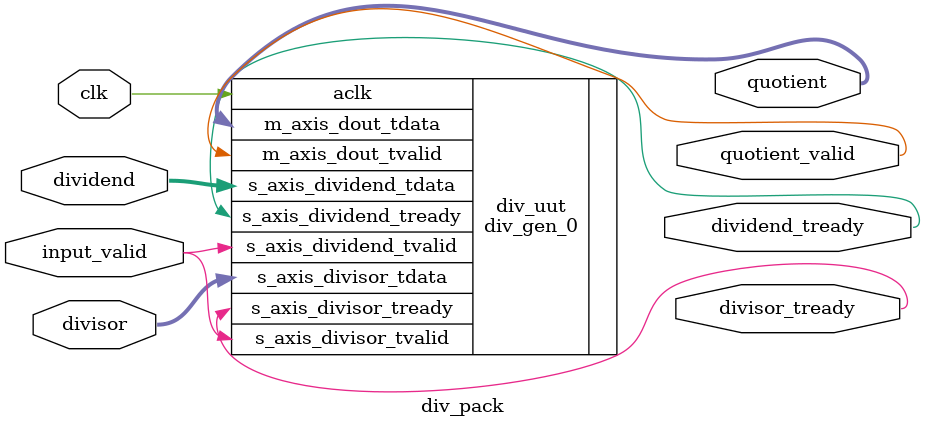
<source format=v>
`timescale 1 ns / 1 ps


module div_pack(
	input wire                  clk,
	input wire                  input_valid,
	input wire[63:0]            dividend,
	input wire[31:0]            divisor,
	output wire[63:0]           quotient,
	output wire                 quotient_valid,	
	output wire                 dividend_tready,
	output wire                 divisor_tready
);

    div_gen_0 div_uut(   
    .aclk                        (clk),
    .s_axis_divisor_tvalid       (input_valid),
    .s_axis_divisor_tready       (divisor_tready), //OUT STD_LOGIC;
    .s_axis_divisor_tdata        (divisor),
    .s_axis_dividend_tvalid      (input_valid),
    .s_axis_dividend_tready      (dividend_tready), //OUT STD_LOGIC; 
    .s_axis_dividend_tdata       (dividend),
    .m_axis_dout_tvalid          (quotient_valid),       
    .m_axis_dout_tdata           (quotient)  
    
    
  );
  
  
    
  
endmodule
</source>
